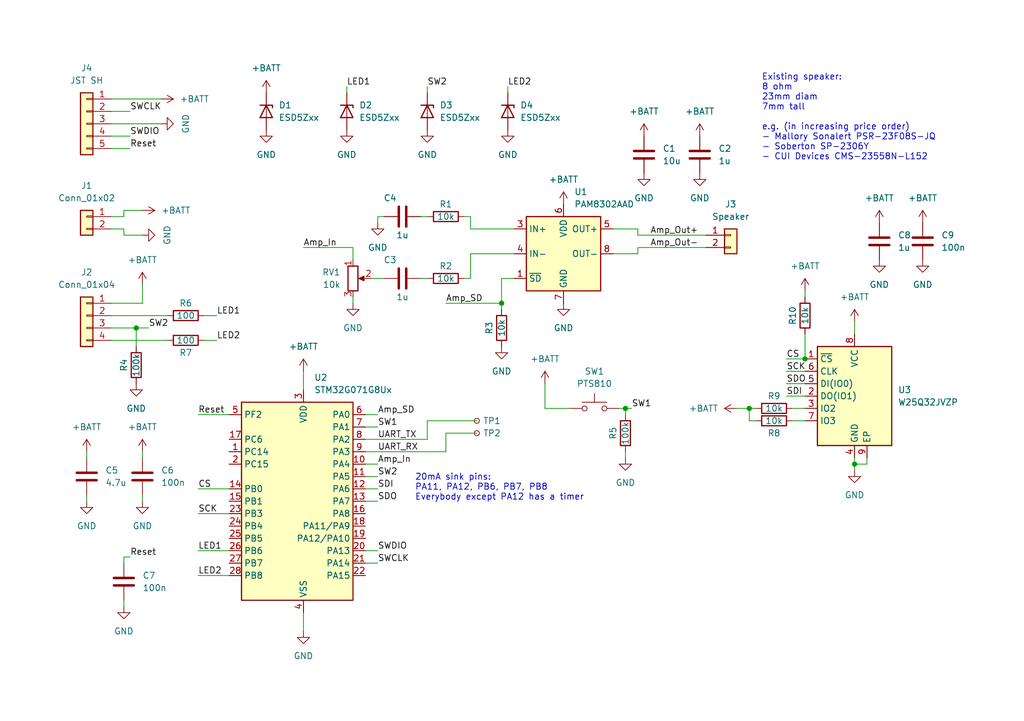
<source format=kicad_sch>
(kicad_sch (version 20230121) (generator eeschema)
  (paper "A5")
  (lib_symbols
    (symbol "Amplifier_Audio:PAM8302AAD"
      (property "Reference" "U" (at 7.62 11.43 0))
      (property "Value" "PAM8302AAD" (at 7.62 8.89 0))
      (symbol "PAM8302AAD_0_1"
        (rectangle (start -7.62 7.62) (end 7.62 -7.62) (stroke (width 0.254)) (fill (type background)))
      )
      (symbol "PAM8302AAD_1_1"
        (pin input line (at -10.16 -5.08 0) (length 2.54) (name "~{SD}") (number "1"))
        (pin no_connect line (at 7.62 -5.08 180) (length 2.54) hide (name "NC") (number "2"))
        (pin input line (at -10.16 5.08 0) (length 2.54) (name "IN+") (number "3"))
        (pin input line (at -10.16 0 0) (length 2.54) (name "IN-") (number "4"))
        (pin output line (at 10.16 5.08 180) (length 2.54) (name "OUT+") (number "5"))
        (pin power_in line (at 0 10.16 270) (length 2.54) (name "VDD") (number "6"))
        (pin power_in line (at 0 -10.16 90) (length 2.54) (name "GND") (number "7"))
        (pin output line (at 10.16 0 180) (length 2.54) (name "OUT-") (number "8"))
      )
    )
    (symbol "Connector:TestPoint_Small" (pin_numbers hide) (pin_names (offset 0.762) hide)
      (property "Reference" "TP" (at 0 3.81 0))
      (property "Value" "TestPoint_Small" (at 0 2.032 0))
      (symbol "TestPoint_Small_0_1"
        (circle (center 0 0) (radius 0.508))
      )
      (symbol "TestPoint_Small_1_1"
        (pin passive line (at 0 0 90) (length 0) (name "1") (number "1"))
      )
    )
    (symbol "Connector_Generic:Conn_01x02" (pin_names (offset 1.016) hide)
      (property "Reference" "J" (at 0 2.54 0))
      (property "Value" "Conn_01x02" (at 0 -5.08 0))
      (symbol "Conn_01x02_1_1"
        (rectangle (start -1.27 -2.413) (end 0 -2.667) (stroke (width 0.1524)))
        (rectangle (start -1.27 0.127) (end 0 -0.127) (stroke (width 0.1524)))
        (rectangle (start -1.27 1.27) (end 1.27 -3.81) (stroke (width 0.254)) (fill (type background)))
        (pin passive line (at -5.08 0 0) (length 3.81) (name "Pin_1") (number "1"))
        (pin passive line (at -5.08 -2.54 0) (length 3.81) (name "Pin_2") (number "2"))
      )
    )
    (symbol "Connector_Generic:Conn_01x04" (pin_names (offset 1.016) hide)
      (property "Reference" "J" (at 0 5.08 0))
      (property "Value" "Conn_01x04" (at 0 -7.62 0))
      (symbol "Conn_01x04_1_1"
        (rectangle (start -1.27 -4.953) (end 0 -5.207) (stroke (width 0.1524)))
        (rectangle (start -1.27 -2.413) (end 0 -2.667) (stroke (width 0.1524)))
        (rectangle (start -1.27 0.127) (end 0 -0.127) (stroke (width 0.1524)))
        (rectangle (start -1.27 2.667) (end 0 2.413) (stroke (width 0.1524)))
        (rectangle (start -1.27 3.81) (end 1.27 -6.35) (stroke (width 0.254)) (fill (type background)))
        (pin passive line (at -5.08 2.54 0) (length 3.81) (name "Pin_1") (number "1"))
        (pin passive line (at -5.08 0 0) (length 3.81) (name "Pin_2") (number "2"))
        (pin passive line (at -5.08 -2.54 0) (length 3.81) (name "Pin_3") (number "3"))
        (pin passive line (at -5.08 -5.08 0) (length 3.81) (name "Pin_4") (number "4"))
      )
    )
    (symbol "Connector_Generic:Conn_01x05" (pin_names (offset 1.016) hide)
      (property "Reference" "J" (at 0 7.62 0))
      (property "Value" "Conn_01x05" (at 0 -7.62 0))
      (symbol "Conn_01x05_1_1"
        (rectangle (start -1.27 -4.953) (end 0 -5.207) (stroke (width 0.1524)))
        (rectangle (start -1.27 -2.413) (end 0 -2.667) (stroke (width 0.1524)))
        (rectangle (start -1.27 0.127) (end 0 -0.127) (stroke (width 0.1524)))
        (rectangle (start -1.27 2.667) (end 0 2.413) (stroke (width 0.1524)))
        (rectangle (start -1.27 5.207) (end 0 4.953) (stroke (width 0.1524)))
        (rectangle (start -1.27 6.35) (end 1.27 -6.35) (stroke (width 0.254)) (fill (type background)))
        (pin passive line (at -5.08 5.08 0) (length 3.81) (name "Pin_1") (number "1"))
        (pin passive line (at -5.08 2.54 0) (length 3.81) (name "Pin_2") (number "2"))
        (pin passive line (at -5.08 0 0) (length 3.81) (name "Pin_3") (number "3"))
        (pin passive line (at -5.08 -2.54 0) (length 3.81) (name "Pin_4") (number "4"))
        (pin passive line (at -5.08 -5.08 0) (length 3.81) (name "Pin_5") (number "5"))
      )
    )
    (symbol "Device:C" (pin_numbers hide) (pin_names (offset 0.254))
      (property "Reference" "C" (at 0.635 2.54 0))
      (property "Value" "C" (at 0.635 -2.54 0))
      (symbol "C_0_1"
        (polyline (pts (xy -2.032 -0.762) (xy 2.032 -0.762)) (stroke (width 0.508)))
        (polyline (pts (xy -2.032 0.762) (xy 2.032 0.762)) (stroke (width 0.508)))
      )
      (symbol "C_1_1"
        (pin passive line (at 0 3.81 270) (length 2.794) (name "~") (number "1"))
        (pin passive line (at 0 -3.81 90) (length 2.794) (name "~") (number "2"))
      )
    )
    (symbol "Device:R" (pin_numbers hide) (pin_names (offset 0))
      (property "Reference" "R" (at 2.032 0 90))
      (property "Value" "R" (at 0 0 90))
      (symbol "R_0_1"
        (rectangle (start -1.016 -2.54) (end 1.016 2.54) (stroke (width 0.254)))
      )
      (symbol "R_1_1"
        (pin passive line (at 0 3.81 270) (length 1.27) (name "~") (number "1"))
        (pin passive line (at 0 -3.81 90) (length 1.27) (name "~") (number "2"))
      )
    )
    (symbol "Device:R_Potentiometer" (pin_names (offset 1.016) hide)
      (property "Reference" "RV" (at -4.445 0 90))
      (property "Value" "R_Potentiometer" (at -2.54 0 90))
      (symbol "R_Potentiometer_0_1"
        (polyline (pts (xy 2.54 0) (xy 1.524 0)))
        (polyline (pts (xy 1.143 0) (xy 2.286 0.508) (xy 2.286 -0.508) (xy 1.143 0)) (fill (type outline)))
        (rectangle (start 1.016 2.54) (end -1.016 -2.54) (stroke (width 0.254)))
      )
      (symbol "R_Potentiometer_1_1"
        (pin passive line (at 0 3.81 270) (length 1.27) (name "1") (number "1"))
        (pin passive line (at 3.81 0 180) (length 1.27) (name "2") (number "2"))
        (pin passive line (at 0 -3.81 90) (length 1.27) (name "3") (number "3"))
      )
    )
    (symbol "Diode:ESD5Zxx" (pin_numbers hide) (pin_names hide)
      (property "Reference" "D" (at 0 2.54 0))
      (property "Value" "ESD5Zxx" (at 0 -2.54 0))
      (symbol "ESD5Zxx_0_1"
        (polyline (pts (xy 1.27 0) (xy -1.27 0)))
        (polyline (pts (xy -1.27 -1.27) (xy -1.27 1.27) (xy -0.762 1.27)) (stroke (width 0.254)))
        (polyline (pts (xy 1.27 -1.27) (xy 1.27 1.27) (xy -1.27 0) (xy 1.27 -1.27)) (stroke (width 0.254)))
      )
      (symbol "ESD5Zxx_1_1"
        (pin passive line (at -3.81 0 0) (length 2.54) (name "K") (number "1"))
        (pin passive line (at 3.81 0 180) (length 2.54) (name "A") (number "2"))
      )
    )
    (symbol "MCU_ST_STM32G0:STM32G071G8Ux"
      (property "Reference" "U" (at -10.16 21.59 0))
      (property "Value" "STM32G071G8Ux" (at 5.08 21.59 0))
      (symbol "STM32G071G8Ux_0_1"
        (rectangle (start -10.16 -20.32) (end 12.7 20.32) (stroke (width 0.254)) (fill (type background)))
      )
      (symbol "STM32G071G8Ux_1_1"
        (pin bidirectional line (at -12.7 10.16 0) (length 2.54) (name "PC14") (number "1"))
        (pin bidirectional line (at 15.24 7.62 180) (length 2.54) (name "PA4") (number "10"))
        (pin bidirectional line (at 15.24 5.08 180) (length 2.54) (name "PA5") (number "11"))
        (pin bidirectional line (at 15.24 2.54 180) (length 2.54) (name "PA6") (number "12"))
        (pin bidirectional line (at 15.24 0 180) (length 2.54) (name "PA7") (number "13"))
        (pin bidirectional line (at -12.7 2.54 0) (length 2.54) (name "PB0") (number "14"))
        (pin bidirectional line (at -12.7 0 0) (length 2.54) (name "PB1") (number "15"))
        (pin bidirectional line (at 15.24 -2.54 180) (length 2.54) (name "PA8") (number "16"))
        (pin bidirectional line (at -12.7 12.7 0) (length 2.54) (name "PC6") (number "17"))
        (pin bidirectional line (at 15.24 -5.08 180) (length 2.54) (name "PA11/PA9") (number "18"))
        (pin bidirectional line (at 15.24 -7.62 180) (length 2.54) (name "PA12/PA10") (number "19"))
        (pin bidirectional line (at -12.7 7.62 0) (length 2.54) (name "PC15") (number "2"))
        (pin bidirectional line (at 15.24 -10.16 180) (length 2.54) (name "PA13") (number "20"))
        (pin bidirectional line (at 15.24 -12.7 180) (length 2.54) (name "PA14") (number "21"))
        (pin bidirectional line (at 15.24 -15.24 180) (length 2.54) (name "PA15") (number "22"))
        (pin bidirectional line (at -12.7 -2.54 0) (length 2.54) (name "PB3") (number "23"))
        (pin bidirectional line (at -12.7 -5.08 0) (length 2.54) (name "PB4") (number "24"))
        (pin bidirectional line (at -12.7 -7.62 0) (length 2.54) (name "PB5") (number "25"))
        (pin bidirectional line (at -12.7 -10.16 0) (length 2.54) (name "PB6") (number "26"))
        (pin bidirectional line (at -12.7 -12.7 0) (length 2.54) (name "PB7") (number "27"))
        (pin bidirectional line (at -12.7 -15.24 0) (length 2.54) (name "PB8") (number "28"))
        (pin power_in line (at 2.54 22.86 270) (length 2.54) (name "VDD") (number "3"))
        (pin power_in line (at 2.54 -22.86 90) (length 2.54) (name "VSS") (number "4"))
        (pin bidirectional line (at -12.7 17.78 0) (length 2.54) (name "PF2") (number "5"))
        (pin bidirectional line (at 15.24 17.78 180) (length 2.54) (name "PA0") (number "6"))
        (pin bidirectional line (at 15.24 15.24 180) (length 2.54) (name "PA1") (number "7"))
        (pin bidirectional line (at 15.24 12.7 180) (length 2.54) (name "PA2") (number "8"))
        (pin bidirectional line (at 15.24 10.16 180) (length 2.54) (name "PA3") (number "9"))
      )
    )
    (symbol "Memory_Flash:W25Q32JVZP"
      (property "Reference" "U" (at -6.35 11.43 0))
      (property "Value" "W25Q32JVZP" (at 7.62 11.43 0))
      (symbol "W25Q32JVZP_0_1"
        (rectangle (start -7.62 10.16) (end 7.62 -10.16) (stroke (width 0.254)) (fill (type background)))
      )
      (symbol "W25Q32JVZP_1_1"
        (pin input line (at -10.16 7.62 0) (length 2.54) (name "~{CS}") (number "1"))
        (pin bidirectional line (at -10.16 0 0) (length 2.54) (name "DO(IO1)") (number "2"))
        (pin bidirectional line (at -10.16 -2.54 0) (length 2.54) (name "IO2") (number "3"))
        (pin power_in line (at 0 -12.7 90) (length 2.54) (name "GND") (number "4"))
        (pin bidirectional line (at -10.16 2.54 0) (length 2.54) (name "DI(IO0)") (number "5"))
        (pin input line (at -10.16 5.08 0) (length 2.54) (name "CLK") (number "6"))
        (pin bidirectional line (at -10.16 -5.08 0) (length 2.54) (name "IO3") (number "7"))
        (pin power_in line (at 0 12.7 270) (length 2.54) (name "VCC") (number "8"))
        (pin passive line (at 2.54 -12.7 90) (length 2.54) (name "EP") (number "9"))
      )
    )
    (symbol "Switch:SW_Push" (pin_numbers hide) (pin_names (offset 1.016) hide)
      (property "Reference" "SW" (at 1.27 2.54 0))
      (property "Value" "SW_Push" (at 0 -1.524 0))
      (symbol "SW_Push_0_1"
        (circle (center -2.032 0) (radius 0.508))
        (polyline (pts (xy 0 1.27) (xy 0 3.048)))
        (polyline (pts (xy 2.54 1.27) (xy -2.54 1.27)))
        (circle (center 2.032 0) (radius 0.508))
        (pin passive line (at -5.08 0 0) (length 2.54) (name "1") (number "1"))
        (pin passive line (at 5.08 0 180) (length 2.54) (name "2") (number "2"))
      )
    )
    (symbol "power:+BATT" (power) (pin_names (offset 0))
      (property "Value" "+BATT" (at 0 3.556 0))
      (symbol "+BATT_0_1"
        (polyline (pts (xy -0.762 1.27) (xy 0 2.54)))
        (polyline (pts (xy 0 0) (xy 0 2.54)))
        (polyline (pts (xy 0 2.54) (xy 0.762 1.27)))
      )
      (symbol "+BATT_1_1"
        (pin power_in line (at 0 0 90) (length 0) hide (name "+BATT") (number "1"))
      )
    )
    (symbol "power:GND" (power) (pin_names (offset 0))
      (property "Value" "GND" (at 0 -3.81 0))
      (symbol "GND_0_1"
        (polyline (pts (xy 0 0) (xy 0 -1.27) (xy 1.27 -1.27) (xy 0 -2.54) (xy -1.27 -1.27) (xy 0 -1.27)))
      )
      (symbol "GND_1_1"
        (pin power_in line (at 0 0 270) (length 0) hide (name "GND") (number "1"))
      )
    )
  )
  (junction (at 27.94 67.31))
  (junction (at 128.27 83.82))
  (junction (at 175.26 95.25))
  (junction (at 153.67 83.82))
  (junction (at 165.1 73.66))
  (junction (at 102.87 62.23))
  (wire (pts (xy 41.91 69.85) (xy 44.45 69.85)))
  (wire (pts (xy 74.93 102.87) (xy 77.47 102.87)))
  (wire (pts (xy 74.93 97.79) (xy 77.47 97.79)))
  (wire (pts (xy 62.23 125.73) (xy 62.23 129.54)))
  (wire (pts (xy 128.27 83.82) (xy 128.27 85.09)))
  (wire (pts (xy 74.93 95.25) (xy 77.47 95.25)))
  (wire (pts (xy 105.41 46.99) (xy 96.52 46.99)))
  (wire (pts (xy 29.21 43.18) (xy 25.4 43.18)))
  (wire (pts (xy 97.79 88.9) (xy 91.44 88.9)))
  (wire (pts (xy 130.81 52.07) (xy 130.81 50.8)))
  (wire (pts (xy 29.21 58.42) (xy 29.21 62.23)))
  (wire (pts (xy 74.93 90.17) (xy 87.63 90.17)))
  (wire (pts (xy 97.79 86.36) (xy 87.63 86.36)))
  (wire (pts (xy 102.87 57.15) (xy 105.41 57.15)))
  (wire (pts (xy 162.56 83.82) (xy 165.1 83.82)))
  (wire (pts (xy 111.76 83.82) (xy 116.84 83.82)))
  (wire (pts (xy 153.67 83.82) (xy 154.94 83.82)))
  (wire (pts (xy 86.36 44.45) (xy 87.63 44.45)))
  (wire (pts (xy 27.94 67.31) (xy 30.48 67.31)))
  (wire (pts (xy 175.26 95.25) (xy 175.26 96.52)))
  (wire (pts (xy 40.64 113.03) (xy 46.99 113.03)))
  (wire (pts (xy 128.27 92.71) (xy 128.27 93.98)))
  (wire (pts (xy 22.86 20.32) (xy 33.02 20.32)))
  (wire (pts (xy 128.27 83.82) (xy 129.54 83.82)))
  (wire (pts (xy 25.4 46.99) (xy 22.86 46.99)))
  (wire (pts (xy 154.94 86.36) (xy 153.67 86.36)))
  (wire (pts (xy 29.21 101.6) (xy 29.21 102.87)))
  (wire (pts (xy 104.14 17.78) (xy 104.14 19.05)))
  (wire (pts (xy 111.76 78.74) (xy 111.76 83.82)))
  (wire (pts (xy 95.25 57.15) (xy 96.52 57.15)))
  (wire (pts (xy 41.91 64.77) (xy 44.45 64.77)))
  (wire (pts (xy 130.81 50.8) (xy 144.78 50.8)))
  (wire (pts (xy 175.26 95.25) (xy 177.8 95.25)))
  (wire (pts (xy 74.93 113.03) (xy 77.47 113.03)))
  (wire (pts (xy 125.73 52.07) (xy 130.81 52.07)))
  (wire (pts (xy 96.52 46.99) (xy 96.52 44.45)))
  (wire (pts (xy 74.93 87.63) (xy 77.47 87.63)))
  (wire (pts (xy 22.86 25.4) (xy 33.02 25.4)))
  (wire (pts (xy 25.4 48.26) (xy 25.4 46.99)))
  (wire (pts (xy 161.29 78.74) (xy 165.1 78.74)))
  (wire (pts (xy 165.1 68.58) (xy 165.1 73.66)))
  (wire (pts (xy 130.81 46.99) (xy 130.81 48.26)))
  (wire (pts (xy 71.12 17.78) (xy 71.12 19.05)))
  (wire (pts (xy 175.26 66.04) (xy 175.26 68.58)))
  (wire (pts (xy 25.4 48.26) (xy 29.21 48.26)))
  (wire (pts (xy 161.29 81.28) (xy 165.1 81.28)))
  (wire (pts (xy 22.86 22.86) (xy 26.67 22.86)))
  (wire (pts (xy 62.23 76.2) (xy 62.23 80.01)))
  (wire (pts (xy 25.4 43.18) (xy 25.4 44.45)))
  (wire (pts (xy 86.36 57.15) (xy 87.63 57.15)))
  (wire (pts (xy 74.93 92.71) (xy 91.44 92.71)))
  (wire (pts (xy 29.21 92.71) (xy 29.21 93.98)))
  (wire (pts (xy 153.67 83.82) (xy 153.67 86.36)))
  (wire (pts (xy 22.86 69.85) (xy 34.29 69.85)))
  (wire (pts (xy 96.52 57.15) (xy 96.52 52.07)))
  (wire (pts (xy 87.63 17.78) (xy 87.63 19.05)))
  (wire (pts (xy 29.21 62.23) (xy 22.86 62.23)))
  (wire (pts (xy 72.39 62.23) (xy 72.39 60.96)))
  (wire (pts (xy 74.93 85.09) (xy 77.47 85.09)))
  (wire (pts (xy 177.8 93.98) (xy 177.8 95.25)))
  (wire (pts (xy 40.64 105.41) (xy 46.99 105.41)))
  (wire (pts (xy 22.86 30.48) (xy 26.67 30.48)))
  (wire (pts (xy 76.2 57.15) (xy 78.74 57.15)))
  (wire (pts (xy 127 83.82) (xy 128.27 83.82)))
  (wire (pts (xy 40.64 118.11) (xy 46.99 118.11)))
  (wire (pts (xy 25.4 114.3) (xy 25.4 115.57)))
  (wire (pts (xy 102.87 57.15) (xy 102.87 62.23)))
  (wire (pts (xy 72.39 50.8) (xy 72.39 53.34)))
  (wire (pts (xy 74.93 115.57) (xy 77.47 115.57)))
  (wire (pts (xy 91.44 62.23) (xy 102.87 62.23)))
  (wire (pts (xy 165.1 59.69) (xy 165.1 60.96)))
  (wire (pts (xy 74.93 100.33) (xy 77.47 100.33)))
  (wire (pts (xy 62.23 50.8) (xy 72.39 50.8)))
  (wire (pts (xy 161.29 73.66) (xy 165.1 73.66)))
  (wire (pts (xy 17.78 101.6) (xy 17.78 102.87)))
  (wire (pts (xy 130.81 48.26) (xy 144.78 48.26)))
  (wire (pts (xy 22.86 67.31) (xy 27.94 67.31)))
  (wire (pts (xy 125.73 46.99) (xy 130.81 46.99)))
  (wire (pts (xy 96.52 52.07) (xy 105.41 52.07)))
  (wire (pts (xy 17.78 92.71) (xy 17.78 93.98)))
  (wire (pts (xy 151.13 83.82) (xy 153.67 83.82)))
  (wire (pts (xy 77.47 45.72) (xy 77.47 44.45)))
  (wire (pts (xy 95.25 44.45) (xy 96.52 44.45)))
  (wire (pts (xy 175.26 93.98) (xy 175.26 95.25)))
  (wire (pts (xy 102.87 62.23) (xy 102.87 63.5)))
  (wire (pts (xy 40.64 100.33) (xy 46.99 100.33)))
  (wire (pts (xy 91.44 88.9) (xy 91.44 92.71)))
  (wire (pts (xy 25.4 44.45) (xy 22.86 44.45)))
  (wire (pts (xy 25.4 123.19) (xy 25.4 124.46)))
  (wire (pts (xy 27.94 67.31) (xy 27.94 71.12)))
  (wire (pts (xy 162.56 86.36) (xy 165.1 86.36)))
  (wire (pts (xy 87.63 86.36) (xy 87.63 90.17)))
  (wire (pts (xy 22.86 27.94) (xy 26.67 27.94)))
  (wire (pts (xy 161.29 76.2) (xy 165.1 76.2)))
  (wire (pts (xy 22.86 64.77) (xy 34.29 64.77)))
  (wire (pts (xy 77.47 44.45) (xy 78.74 44.45)))
  (wire (pts (xy 40.64 85.09) (xy 46.99 85.09)))
  (wire (pts (xy 26.67 114.3) (xy 25.4 114.3)))
  (text "Existing speaker:\n8 ohm\n23mm diam\n7mm tall\n\ne.g. (in increasing price order)\n- Mallory Sonalert PSR-23F08S-JQ\n- Soberton SP-2306Y\n- CUI Devices CMS-23558N-L152" (at 156.21 33.02 0) (effects (font (size 1.27 1.27)) (justify left bottom)))
  (text "20mA sink pins:\nPA11, PA12, PB6, PB7, PB8\nEverybody except PA12 has a timer" (at 85.09 102.87 0) (effects (font (size 1.27 1.27)) (justify left bottom)))
  (label "SWCLK" (at 26.67 22.86 0))
  (label "Reset" (at 40.64 85.09 0))
  (label "Amp_SD" (at 91.44 62.23 0))
  (label "CS" (at 161.29 73.66 0))
  (label "SW1" (at 77.47 87.63 0))
  (label "SDO" (at 77.47 102.87 0))
  (label "SWDIO" (at 26.67 27.94 0))
  (label "UART_RX" (at 77.47 92.71 0))
  (label "UART_TX" (at 77.47 90.17 0))
  (label "SCK" (at 161.29 76.2 0))
  (label "Amp_Out+" (at 133.35 48.26 0))
  (label "SWDIO" (at 77.47 113.03 0))
  (label "Reset" (at 26.67 114.3 0))
  (label "CS" (at 40.64 100.33 0))
  (label "SDI" (at 161.29 81.28 0))
  (label "SDO" (at 161.29 78.74 0))
  (label "Reset" (at 26.67 30.48 0))
  (label "SDI" (at 77.47 100.33 0))
  (label "SWCLK" (at 77.47 115.57 0))
  (label "Amp_In" (at 77.47 95.25 0))
  (label "Amp_SD" (at 77.47 85.09 0))
  (label "LED2" (at 44.45 69.85 0))
  (label "LED2" (at 104.14 17.78 0))
  (label "SCK" (at 40.64 105.41 0))
  (label "LED1" (at 44.45 64.77 0))
  (label "SW1" (at 129.54 83.82 0))
  (label "SW2" (at 77.47 97.79 0))
  (label "SW2" (at 30.48 67.31 0))
  (label "SW2" (at 87.63 17.78 0))
  (label "LED1" (at 40.64 113.03 0))
  (label "Amp_Out-" (at 133.35 50.8 0))
  (label "LED1" (at 71.12 17.78 0))
  (label "Amp_In" (at 62.23 50.8 0))
  (label "LED2" (at 40.64 118.11 0))
  (symbol (lib_id "power:+BATT") (at 143.51 27.94 0) (unit 1)
    (property "Reference" "#PWR08" (effects hide))
    (property "Value" "+BATT" (at 143.51 22.86 0))
  )
  (symbol (lib_id "power:GND") (at 102.87 71.12 0) (unit 1)
    (property "Reference" "#PWR011" (effects hide))
    (property "Value" "GND" (at 102.87 76.2 0))
  )
  (symbol (lib_id "power:+BATT") (at 165.1 59.69 0) (unit 1)
    (property "Reference" "#PWR029" (effects hide))
    (property "Value" "+BATT" (at 165.1 54.61 0))
  )
  (symbol (lib_id "power:+BATT") (at 29.21 92.71 0) (unit 1)
    (property "Reference" "#PWR016" (effects hide))
    (property "Value" "+BATT" (at 29.21 87.63 0))
  )
  (symbol (lib_id "power:GND") (at 71.12 26.67 0) (unit 1)
    (property "Reference" "#PWR032" (effects hide))
    (property "Value" "GND" (at 71.12 31.75 0))
  )
  (symbol (lib_id "power:GND") (at 104.14 26.67 0) (unit 1)
    (property "Reference" "#PWR034" (effects hide))
    (property "Value" "GND" (at 104.14 31.75 0))
  )
  (symbol (lib_id "Diode:ESD5Zxx") (at 104.14 22.86 270) (unit 1)
    (property "Reference" "D4" (at 106.68 21.59 90) (effects (justify left)))
    (property "Value" "ESD5Zxx" (at 106.68 24.13 90) (effects (justify left)))
    (property "Footprint" "Diode_SMD:D_SOD-523" (effects hide))
    (property "Datasheet" "https://www.onsemi.com/pdf/datasheet/esd5z2.5t1-d.pdf" (effects hide))
  )
  (symbol (lib_id "Device:R") (at 91.44 57.15 90) (unit 1)
    (property "Reference" "R2" (at 91.44 54.61 90))
    (property "Value" "10k" (at 91.44 57.15 90))
    (property "Footprint" "Resistor_SMD:R_0402_1005Metric" (effects hide))
  )
  (symbol (lib_id "power:+BATT") (at 111.76 78.74 0) (unit 1)
    (property "Reference" "#PWR019" (effects hide))
    (property "Value" "+BATT" (at 111.76 73.66 0))
  )
  (symbol (lib_id "power:GND") (at 77.47 45.72 0) (unit 1)
    (property "Reference" "#PWR010" (effects hide))
    (property "Value" "GND" (at 77.47 50.8 0))
  )
  (symbol (lib_id "power:GND") (at 33.02 25.4 90) (unit 1)
    (property "Reference" "#PWR036" (effects hide))
    (property "Value" "GND" (at 38.1 25.4 0))
  )
  (symbol (lib_id "Device:R") (at 38.1 64.77 90) (unit 1)
    (property "Reference" "R6" (at 38.1 62.23 90))
    (property "Value" "100" (at 38.1 64.77 90))
    (property "Footprint" "Resistor_SMD:R_0402_1005Metric" (effects hide))
  )
  (symbol (lib_id "Device:C") (at 17.78 97.79 0) (unit 1)
    (property "Reference" "C5" (at 21.59 96.52 0) (effects (justify left)))
    (property "Value" "4.7u" (at 21.59 99.06 0) (effects (justify left)))
    (property "Footprint" "Capacitor_SMD:C_0402_1005Metric" (effects hide))
  )
  (symbol (lib_id "power:+BATT") (at 132.08 27.94 0) (unit 1)
    (property "Reference" "#PWR06" (effects hide))
    (property "Value" "+BATT" (at 132.08 22.86 0))
  )
  (symbol (lib_id "power:GND") (at 27.94 78.74 0) (unit 1)
    (property "Reference" "#PWR020" (effects hide))
    (property "Value" "GND" (at 27.94 83.82 0))
  )
  (symbol (lib_id "Device:R_Potentiometer") (at 72.39 57.15 0) (unit 1)
    (property "Reference" "RV1" (at 69.85 55.88 0) (effects (justify right)))
    (property "Value" "10k" (at 69.85 58.42 0) (effects (justify right)))
    (property "Footprint" "Library:TC33X2503E" (effects hide))
  )
  (symbol (lib_id "Diode:ESD5Zxx") (at 87.63 22.86 270) (unit 1)
    (property "Reference" "D3" (at 90.17 21.59 90) (effects (justify left)))
    (property "Value" "ESD5Zxx" (at 90.17 24.13 90) (effects (justify left)))
    (property "Footprint" "Diode_SMD:D_SOD-523" (effects hide))
    (property "Datasheet" "https://www.onsemi.com/pdf/datasheet/esd5z2.5t1-d.pdf" (effects hide))
  )
  (symbol (lib_id "Device:C") (at 29.21 97.79 0) (unit 1)
    (property "Reference" "C6" (at 33.02 96.52 0) (effects (justify left)))
    (property "Value" "100n" (at 33.02 99.06 0) (effects (justify left)))
    (property "Footprint" "Capacitor_SMD:C_0402_1005Metric" (effects hide))
  )
  (symbol (lib_id "power:GND") (at 29.21 102.87 0) (unit 1)
    (property "Reference" "#PWR017" (effects hide))
    (property "Value" "GND" (at 29.21 107.95 0))
  )
  (symbol (lib_id "Device:C") (at 25.4 119.38 0) (unit 1)
    (property "Reference" "C7" (at 29.21 118.11 0) (effects (justify left)))
    (property "Value" "100n" (at 29.21 120.65 0) (effects (justify left)))
    (property "Footprint" "Capacitor_SMD:C_0402_1005Metric" (effects hide))
  )
  (symbol (lib_id "power:GND") (at 54.61 26.67 0) (unit 1)
    (property "Reference" "#PWR031" (effects hide))
    (property "Value" "GND" (at 54.61 31.75 0))
  )
  (symbol (lib_id "power:+BATT") (at 151.13 83.82 90) (unit 1)
    (property "Reference" "#PWR024" (effects hide))
    (property "Value" "+BATT" (at 147.32 83.82 90) (effects (justify left)))
  )
  (symbol (lib_id "Device:R") (at 27.94 74.93 180) (unit 1)
    (property "Reference" "R4" (at 25.4 74.93 90))
    (property "Value" "100k" (at 27.94 74.93 90))
    (property "Footprint" "Resistor_SMD:R_0402_1005Metric" (effects hide))
  )
  (symbol (lib_id "power:+BATT") (at 17.78 92.71 0) (unit 1)
    (property "Reference" "#PWR014" (effects hide))
    (property "Value" "+BATT" (at 17.78 87.63 0))
  )
  (symbol (lib_id "Connector_Generic:Conn_01x04") (at 17.78 64.77 0) (mirror y) (unit 1)
    (property "Reference" "J2" (at 17.78 55.88 0))
    (property "Value" "Conn_01x04" (at 17.78 58.42 0))
    (property "Footprint" "Connector_PinHeader_1.00mm:PinHeader_1x04_P1.00mm_Vertical" (effects hide))
  )
  (symbol (lib_id "Device:C") (at 82.55 44.45 90) (unit 1)
    (property "Reference" "C4" (at 80.01 40.64 90))
    (property "Value" "1u" (at 82.55 48.26 90))
    (property "Footprint" "Capacitor_SMD:C_0402_1005Metric" (effects hide))
  )
  (symbol (lib_id "power:+BATT") (at 180.34 45.72 0) (unit 1)
    (property "Reference" "#PWR026" (effects hide))
    (property "Value" "+BATT" (at 180.34 40.64 0))
  )
  (symbol (lib_id "Device:R") (at 102.87 67.31 180) (unit 1)
    (property "Reference" "R3" (at 100.33 67.31 90))
    (property "Value" "10k" (at 102.87 67.31 90))
    (property "Footprint" "Resistor_SMD:R_0402_1005Metric" (effects hide))
  )
  (symbol (lib_id "Connector:TestPoint_Small") (at 97.79 86.36 0) (unit 1)
    (property "Reference" "TP1" (at 99.06 86.36 0) (effects (justify left)))
    (property "Value" "TestPoint_Small" (effects hide))
    (property "Footprint" "Library:TestPoint_Pad_D0.8mm" (effects hide))
  )
  (symbol (lib_id "Device:C") (at 143.51 31.75 0) (unit 1)
    (property "Reference" "C2" (at 147.32 30.48 0) (effects (justify left)))
    (property "Value" "1u" (at 147.32 33.02 0) (effects (justify left)))
    (property "Footprint" "Capacitor_SMD:C_0402_1005Metric" (effects hide))
  )
  (symbol (lib_id "power:+BATT") (at 62.23 76.2 0) (unit 1)
    (property "Reference" "#PWR012" (effects hide))
    (property "Value" "+BATT" (at 62.23 71.12 0))
  )
  (symbol (lib_id "Device:R") (at 158.75 86.36 270) (unit 1)
    (property "Reference" "R8" (at 158.75 88.9 90))
    (property "Value" "10k" (at 158.75 86.36 90))
    (property "Footprint" "Resistor_SMD:R_0402_1005Metric" (effects hide))
  )
  (symbol (lib_id "power:+BATT") (at 29.21 58.42 0) (unit 1)
    (property "Reference" "#PWR03" (effects hide))
    (property "Value" "+BATT" (at 29.21 53.34 0))
  )
  (symbol (lib_id "power:+BATT") (at 29.21 43.18 270) (unit 1)
    (property "Reference" "#PWR01" (effects hide))
    (property "Value" "+BATT" (at 33.02 43.18 90) (effects (justify left)))
  )
  (symbol (lib_id "power:GND") (at 180.34 53.34 0) (unit 1)
    (property "Reference" "#PWR027" (effects hide))
    (property "Value" "GND" (at 180.34 58.42 0))
  )
  (symbol (lib_id "Device:R") (at 91.44 44.45 90) (unit 1)
    (property "Reference" "R1" (at 91.44 41.91 90))
    (property "Value" "10k" (at 91.44 44.45 90))
    (property "Footprint" "Resistor_SMD:R_0402_1005Metric" (effects hide))
  )
  (symbol (lib_id "MCU_ST_STM32G0:STM32G071G8Ux") (at 59.69 102.87 0) (unit 1)
    (property "Reference" "U2" (at 64.4241 77.47 0) (effects (justify left)))
    (property "Value" "STM32G071G8Ux" (at 64.4241 80.01 0) (effects (justify left)))
    (property "Footprint" "Package_DFN_QFN:QFN-28_4x4mm_P0.5mm" (effects hide))
    (property "Datasheet" "https://www.st.com/resource/en/datasheet/stm32g071g8.pdf" (effects hide))
  )
  (symbol (lib_id "power:+BATT") (at 33.02 20.32 270) (unit 1)
    (property "Reference" "#PWR037" (effects hide))
    (property "Value" "+BATT" (at 36.83 20.32 90) (effects (justify left)))
  )
  (symbol (lib_id "power:GND") (at 132.08 35.56 0) (unit 1)
    (property "Reference" "#PWR07" (effects hide))
    (property "Value" "GND" (at 132.08 40.64 0))
  )
  (symbol (lib_id "Amplifier_Audio:PAM8302AAD") (at 115.57 52.07 0) (unit 1)
    (property "Reference" "U1" (at 117.7641 39.37 0) (effects (justify left)))
    (property "Value" "PAM8302AAD" (at 117.7641 41.91 0) (effects (justify left)))
    (property "Footprint" "Package_SO:MSOP-8_3x3mm_P0.65mm" (effects hide))
    (property "Datasheet" "https://www.diodes.com/assets/Datasheets/PAM8302A.pdf" (effects hide))
  )
  (symbol (lib_id "Diode:ESD5Zxx") (at 54.61 22.86 270) (unit 1)
    (property "Reference" "D1" (at 57.15 21.59 90) (effects (justify left)))
    (property "Value" "ESD5Zxx" (at 57.15 24.13 90) (effects (justify left)))
    (property "Footprint" "Diode_SMD:D_SOD-523" (effects hide))
    (property "Datasheet" "https://www.onsemi.com/pdf/datasheet/esd5z2.5t1-d.pdf" (effects hide))
  )
  (symbol (lib_id "power:GND") (at 29.21 48.26 90) (unit 1)
    (property "Reference" "#PWR02" (effects hide))
    (property "Value" "GND" (at 34.29 48.26 0))
  )
  (symbol (lib_id "Device:R") (at 165.1 64.77 180) (unit 1)
    (property "Reference" "R10" (at 162.56 64.77 90))
    (property "Value" "10k" (at 165.1 64.77 90))
    (property "Footprint" "Resistor_SMD:R_0402_1005Metric" (effects hide))
  )
  (symbol (lib_id "Device:R") (at 158.75 83.82 90) (unit 1)
    (property "Reference" "R9" (at 158.75 81.28 90))
    (property "Value" "10k" (at 158.75 83.82 90))
    (property "Footprint" "Resistor_SMD:R_0402_1005Metric" (effects hide))
  )
  (symbol (lib_id "power:GND") (at 25.4 124.46 0) (unit 1)
    (property "Reference" "#PWR018" (effects hide))
    (property "Value" "GND" (at 25.4 129.54 0))
  )
  (symbol (lib_id "power:GND") (at 115.57 62.23 0) (unit 1)
    (property "Reference" "#PWR04" (effects hide))
    (property "Value" "GND" (at 115.57 67.31 0))
  )
  (symbol (lib_id "power:+BATT") (at 175.26 66.04 0) (unit 1)
    (property "Reference" "#PWR023" (effects hide))
    (property "Value" "+BATT" (at 175.26 60.96 0))
  )
  (symbol (lib_id "Connector_Generic:Conn_01x02") (at 149.86 48.26 0) (unit 1)
    (property "Reference" "J3" (at 149.86 41.91 0))
    (property "Value" "Speaker" (at 149.86 44.45 0))
    (property "Footprint" "Connector_PinHeader_1.00mm:PinHeader_1x02_P1.00mm_Vertical" (effects hide))
  )
  (symbol (lib_id "Connector_Generic:Conn_01x02") (at 17.78 44.45 0) (mirror y) (unit 1)
    (property "Reference" "J1" (at 17.78 38.1 0))
    (property "Value" "Conn_01x02" (at 17.78 40.64 0))
    (property "Footprint" "Connector_PinHeader_1.00mm:PinHeader_1x02_P1.00mm_Vertical" (effects hide))
  )
  (symbol (lib_id "Switch:SW_Push") (at 121.92 83.82 0) (unit 1)
    (property "Reference" "SW1" (at 121.92 76.2 0))
    (property "Value" "PTS810" (at 121.92 78.74 0))
    (property "Footprint" "Button_Switch_SMD:SW_SPST_PTS810" (effects hide))
  )
  (symbol (lib_id "power:GND") (at 175.26 96.52 0) (unit 1)
    (property "Reference" "#PWR022" (effects hide))
    (property "Value" "GND" (at 175.26 101.6 0))
  )
  (symbol (lib_id "power:+BATT") (at 54.61 19.05 0) (unit 1)
    (property "Reference" "#PWR030" (effects hide))
    (property "Value" "+BATT" (at 54.61 13.97 0))
  )
  (symbol (lib_id "power:GND") (at 189.23 53.34 0) (unit 1)
    (property "Reference" "#PWR028" (effects hide))
    (property "Value" "GND" (at 189.23 58.42 0))
  )
  (symbol (lib_id "power:GND") (at 143.51 35.56 0) (unit 1)
    (property "Reference" "#PWR09" (effects hide))
    (property "Value" "GND" (at 143.51 40.64 0))
  )
  (symbol (lib_id "Connector:TestPoint_Small") (at 97.79 88.9 0) (unit 1)
    (property "Reference" "TP2" (at 99.06 88.9 0) (effects (justify left)))
    (property "Value" "TestPoint_Small" (effects hide))
    (property "Footprint" "Library:TestPoint_Pad_D0.8mm" (effects hide))
  )
  (symbol (lib_id "Connector_Generic:Conn_01x05") (at 17.78 25.4 0) (mirror y) (unit 1)
    (property "Reference" "J4" (at 17.78 13.97 0))
    (property "Value" "JST SH" (at 17.78 16.51 0))
    (property "Footprint" "Connector_JST:JST_SH_BM05B-SRSS-TB_1x05-1MP_P1.00mm_Vertical" (effects hide))
  )
  (symbol (lib_id "Device:C") (at 189.23 49.53 0) (unit 1)
    (property "Reference" "C9" (at 193.04 48.26 0) (effects (justify left)))
    (property "Value" "100n" (at 193.04 50.8 0) (effects (justify left)))
    (property "Footprint" "Capacitor_SMD:C_0402_1005Metric" (effects hide))
  )
  (symbol (lib_id "power:+BATT") (at 115.57 41.91 0) (unit 1)
    (property "Reference" "#PWR05" (effects hide))
    (property "Value" "+BATT" (at 115.57 36.83 0))
  )
  (symbol (lib_id "power:GND") (at 87.63 26.67 0) (unit 1)
    (property "Reference" "#PWR033" (effects hide))
    (property "Value" "GND" (at 87.63 31.75 0))
  )
  (symbol (lib_id "power:GND") (at 62.23 129.54 0) (unit 1)
    (property "Reference" "#PWR013" (effects hide))
    (property "Value" "GND" (at 62.23 134.62 0))
  )
  (symbol (lib_id "Diode:ESD5Zxx") (at 71.12 22.86 270) (unit 1)
    (property "Reference" "D2" (at 73.66 21.59 90) (effects (justify left)))
    (property "Value" "ESD5Zxx" (at 73.66 24.13 90) (effects (justify left)))
    (property "Footprint" "Diode_SMD:D_SOD-523" (effects hide))
    (property "Datasheet" "https://www.onsemi.com/pdf/datasheet/esd5z2.5t1-d.pdf" (effects hide))
  )
  (symbol (lib_id "Device:C") (at 82.55 57.15 90) (unit 1)
    (property "Reference" "C3" (at 80.01 53.34 90))
    (property "Value" "1u" (at 82.55 60.96 90))
    (property "Footprint" "Capacitor_SMD:C_0402_1005Metric" (effects hide))
  )
  (symbol (lib_id "Device:R") (at 128.27 88.9 180) (unit 1)
    (property "Reference" "R5" (at 125.73 88.9 90))
    (property "Value" "100k" (at 128.27 88.9 90))
    (property "Footprint" "Resistor_SMD:R_0402_1005Metric" (effects hide))
  )
  (symbol (lib_id "power:GND") (at 17.78 102.87 0) (unit 1)
    (property "Reference" "#PWR015" (effects hide))
    (property "Value" "GND" (at 17.78 107.95 0))
  )
  (symbol (lib_id "power:+BATT") (at 189.23 45.72 0) (unit 1)
    (property "Reference" "#PWR025" (effects hide))
    (property "Value" "+BATT" (at 189.23 40.64 0))
  )
  (symbol (lib_id "Device:C") (at 132.08 31.75 0) (unit 1)
    (property "Reference" "C1" (at 135.89 30.48 0) (effects (justify left)))
    (property "Value" "10u" (at 135.89 33.02 0) (effects (justify left)))
    (property "Footprint" "Capacitor_SMD:C_0402_1005Metric" (effects hide))
  )
  (symbol (lib_id "Device:C") (at 180.34 49.53 0) (unit 1)
    (property "Reference" "C8" (at 184.15 48.26 0) (effects (justify left)))
    (property "Value" "1u" (at 184.15 50.8 0) (effects (justify left)))
    (property "Footprint" "Capacitor_SMD:C_0402_1005Metric" (effects hide))
  )
  (symbol (lib_id "power:GND") (at 128.27 93.98 0) (unit 1)
    (property "Reference" "#PWR021" (effects hide))
    (property "Value" "GND" (at 128.27 99.06 0))
  )
  (symbol (lib_id "Memory_Flash:W25Q32JVZP") (at 175.26 81.28 0) (unit 1)
    (property "Reference" "U3" (at 184.15 80.01 0) (effects (justify left)))
    (property "Value" "W25Q32JVZP" (at 184.15 82.55 0) (effects (justify left)))
    (property "Footprint" "Package_SON:WSON-8-1EP_6x5mm_P1.27mm_EP3.4x4.3mm" (effects hide))
    (property "Datasheet" "http://www.winbond.com/resource-files/w25q32jv%20revg%2003272018%20plus.pdf" (effects hide))
  )
  (symbol (lib_id "Device:R") (at 38.1 69.85 270) (unit 1)
    (property "Reference" "R7" (at 38.1 72.39 90))
    (property "Value" "100" (at 38.1 69.85 90))
    (property "Footprint" "Resistor_SMD:R_0402_1005Metric" (effects hide))
  )
  (symbol (lib_id "power:GND") (at 72.39 62.23 0) (unit 1)
    (property "Reference" "#PWR035" (effects hide))
    (property "Value" "GND" (at 72.39 67.31 0))
  )
)
</source>
